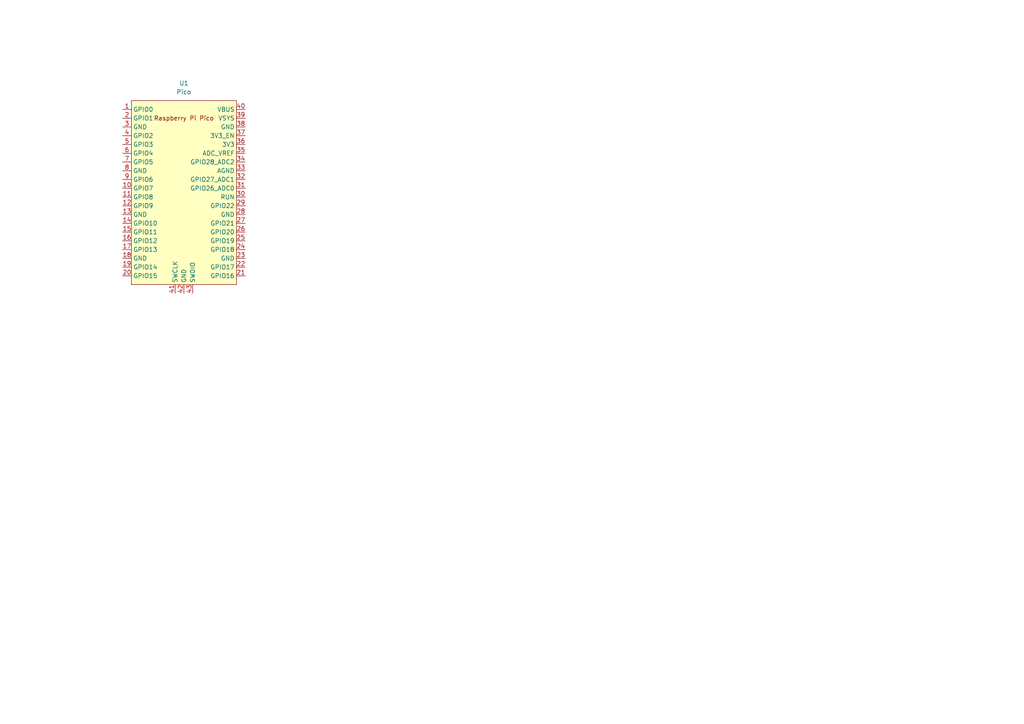
<source format=kicad_sch>
(kicad_sch (version 20231120) (generator "eeschema") (generator_version "8.0")
  (paper "A4")
  (lib_symbols
    (symbol "RaspberryPi:Pico"
      (property "Reference" "U" (at -13.97 27.94 0))
      (property "Value" "Pico" (at 0 19.05 0))
      (symbol "Pico_0_0"
        (text "Raspberry Pi Pico" (at 0 21.59 0) (effects (font (size 1.27 1.27))))
      )
      (symbol "Pico_0_1"
        (rectangle (start -15.24 26.67) (end 15.24 -26.67) (fill (type background)))
      )
      (symbol "Pico_1_1"
        (pin bidirectional line (at -17.78 24.13 0) (length 2.54) (name "GPIO0") (number "1"))
        (pin bidirectional line (at -17.78 1.27 0) (length 2.54) (name "GPIO7") (number "10"))
        (pin bidirectional line (at -17.78 -1.27 0) (length 2.54) (name "GPIO8") (number "11"))
        (pin bidirectional line (at -17.78 -3.81 0) (length 2.54) (name "GPIO9") (number "12"))
        (pin power_in line (at -17.78 -6.35 0) (length 2.54) (name "GND") (number "13"))
        (pin bidirectional line (at -17.78 -8.89 0) (length 2.54) (name "GPIO10") (number "14"))
        (pin bidirectional line (at -17.78 -11.43 0) (length 2.54) (name "GPIO11") (number "15"))
        (pin bidirectional line (at -17.78 -13.97 0) (length 2.54) (name "GPIO12") (number "16"))
        (pin bidirectional line (at -17.78 -16.51 0) (length 2.54) (name "GPIO13") (number "17"))
        (pin power_in line (at -17.78 -19.05 0) (length 2.54) (name "GND") (number "18"))
        (pin bidirectional line (at -17.78 -21.59 0) (length 2.54) (name "GPIO14") (number "19"))
        (pin bidirectional line (at -17.78 21.59 0) (length 2.54) (name "GPIO1") (number "2"))
        (pin bidirectional line (at -17.78 -24.13 0) (length 2.54) (name "GPIO15") (number "20"))
        (pin bidirectional line (at 17.78 -24.13 180) (length 2.54) (name "GPIO16") (number "21"))
        (pin bidirectional line (at 17.78 -21.59 180) (length 2.54) (name "GPIO17") (number "22"))
        (pin power_in line (at 17.78 -19.05 180) (length 2.54) (name "GND") (number "23"))
        (pin bidirectional line (at 17.78 -16.51 180) (length 2.54) (name "GPIO18") (number "24"))
        (pin bidirectional line (at 17.78 -13.97 180) (length 2.54) (name "GPIO19") (number "25"))
        (pin bidirectional line (at 17.78 -11.43 180) (length 2.54) (name "GPIO20") (number "26"))
        (pin bidirectional line (at 17.78 -8.89 180) (length 2.54) (name "GPIO21") (number "27"))
        (pin power_in line (at 17.78 -6.35 180) (length 2.54) (name "GND") (number "28"))
        (pin bidirectional line (at 17.78 -3.81 180) (length 2.54) (name "GPIO22") (number "29"))
        (pin power_in line (at -17.78 19.05 0) (length 2.54) (name "GND") (number "3"))
        (pin input line (at 17.78 -1.27 180) (length 2.54) (name "RUN") (number "30"))
        (pin bidirectional line (at 17.78 1.27 180) (length 2.54) (name "GPIO26_ADC0") (number "31"))
        (pin bidirectional line (at 17.78 3.81 180) (length 2.54) (name "GPIO27_ADC1") (number "32"))
        (pin power_in line (at 17.78 6.35 180) (length 2.54) (name "AGND") (number "33"))
        (pin bidirectional line (at 17.78 8.89 180) (length 2.54) (name "GPIO28_ADC2") (number "34"))
        (pin power_in line (at 17.78 11.43 180) (length 2.54) (name "ADC_VREF") (number "35"))
        (pin power_in line (at 17.78 13.97 180) (length 2.54) (name "3V3") (number "36"))
        (pin input line (at 17.78 16.51 180) (length 2.54) (name "3V3_EN") (number "37"))
        (pin bidirectional line (at 17.78 19.05 180) (length 2.54) (name "GND") (number "38"))
        (pin power_in line (at 17.78 21.59 180) (length 2.54) (name "VSYS") (number "39"))
        (pin bidirectional line (at -17.78 16.51 0) (length 2.54) (name "GPIO2") (number "4"))
        (pin power_in line (at 17.78 24.13 180) (length 2.54) (name "VBUS") (number "40"))
        (pin input line (at -2.54 -29.21 90) (length 2.54) (name "SWCLK") (number "41"))
        (pin power_in line (at 0 -29.21 90) (length 2.54) (name "GND") (number "42"))
        (pin bidirectional line (at 2.54 -29.21 90) (length 2.54) (name "SWDIO") (number "43"))
        (pin bidirectional line (at -17.78 13.97 0) (length 2.54) (name "GPIO3") (number "5"))
        (pin bidirectional line (at -17.78 11.43 0) (length 2.54) (name "GPIO4") (number "6"))
        (pin bidirectional line (at -17.78 8.89 0) (length 2.54) (name "GPIO5") (number "7"))
        (pin power_in line (at -17.78 6.35 0) (length 2.54) (name "GND") (number "8"))
        (pin bidirectional line (at -17.78 3.81 0) (length 2.54) (name "GPIO6") (number "9"))
      )
    )
  )
  (symbol (lib_id "RaspberryPi:Pico") (at 53.34 55.88 0) (unit 1)
    (property "Reference" "U1" (at 53.34 24.13 0))
    (property "Value" "Pico" (at 53.34 26.67 0))
    (property "Footprint" "RPi_Pico:RPi_Pico_SMD_TH" (effects (hide yes)))
  )
)
</source>
